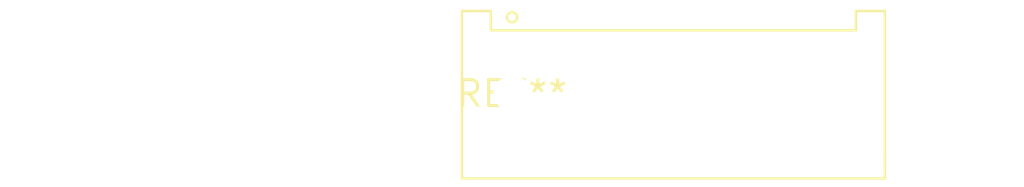
<source format=kicad_pcb>
(kicad_pcb (version 20240108) (generator pcbnew)
  (layers (0 "F.Cu" signal) (31 "B.Cu" signal) (34 "B.Paste" user) (35 "F.Paste" user) (36 "B.SilkS" user "B.Silkscreen") (37 "F.SilkS" user "F.Silkscreen") (38 "B.Mask" user) (39 "F.Mask" user) (44 "Edge.Cuts" user))
  (net 0 "")
  (footprint "Hirose_DF63R-5P-3.96DSA_1x05_P3.96mm_Vertical" (layer "F.Cu") (at 0 0)
    (property "Reference" "REF**")
    (property "Value" "Hirose_DF63R-5P-3.96DSA_1x05_P3.96mm_Vertical")
    (fp_line (start -2.46 -4.06) (end -1.04 -4.06) (layer "F.SilkS") (stroke (width 0.12)))
    (fp_line (start -2.46 4.16) (end -2.46 -4.06) (layer "F.SilkS") (stroke (width 0.12)))
    (fp_line (start -1.04 -4.06) (end -1.04 -3.11) (layer "F.SilkS") (stroke (width 0.12)))
    (fp_line (start -1.04 -3.11) (end 7.92 -3.11) (layer "F.SilkS") (stroke (width 0.12)))
    (fp_line (start 7.92 4.16) (end -2.46 4.16) (layer "F.SilkS") (stroke (width 0.12)))
    (fp_line (start 7.92 4.16) (end 18.3 4.16) (layer "F.SilkS") (stroke (width 0.12)))
    (fp_line (start 16.88 -4.06) (end 16.88 -3.11) (layer "F.SilkS") (stroke (width 0.12)))
    (fp_line (start 16.88 -3.11) (end 7.92 -3.11) (layer "F.SilkS") (stroke (width 0.12)))
    (fp_line (start 18.3 -4.06) (end 16.88 -4.06) (layer "F.SilkS") (stroke (width 0.12)))
    (fp_line (start 18.3 4.16) (end 18.3 -4.06) (layer "F.SilkS") (stroke (width 0.12)))
    (fp_circle (center 0 -3.75) (end 0.25 -3.75) (layer "F.SilkS") (stroke (width 0.12)) (fill none))
    (pad "" np_thru_hole circle (at 17.34 3.25) (size 1.6 1.6) (drill 1.6) (layers *.Cu *.Mask))
    (pad "1" thru_hole roundrect (at 0 0) (size 2.46 2.8) (drill 1.8) (layers *.Cu *.Mask) (remove_unused_layers) (roundrect_rratio 0.101626))
    (pad "2" thru_hole oval (at 3.96 0) (size 2.46 2.8) (drill 1.8) (layers *.Cu *.Mask) (remove_unused_layers))
    (pad "3" thru_hole oval (at 7.92 0) (size 2.46 2.8) (drill 1.8) (layers *.Cu *.Mask) (remove_unused_layers))
    (pad "4" thru_hole oval (at 11.88 0) (size 2.46 2.8) (drill 1.8) (layers *.Cu *.Mask) (remove_unused_layers))
    (pad "5" thru_hole oval (at 15.84 0) (size 2.46 2.8) (drill 1.8) (layers *.Cu *.Mask) (remove_unused_layers))
  )
)
</source>
